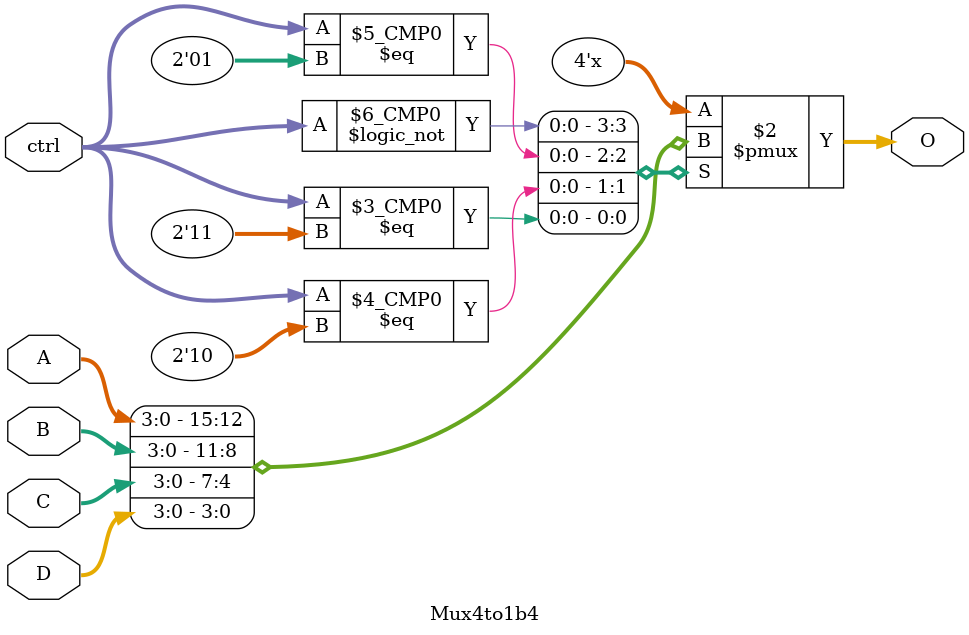
<source format=v>
`timescale 1ns / 1ps
module Mux4to1b4(
	input wire [1:0] ctrl,
	input wire [3:0] A,
	input wire [3:0] B,
	input wire [3:0] C,
	input wire [3:0] D,
	
	output reg [3:0] O
    );

always @ (*) begin
	case (ctrl)
		2'b00: begin
			O<=A;
		end
		2'b01: begin
			O<=B;
		end
		2'b10: begin
			O<=C;
		end
		2'b11: begin
			O<=D;
		end
	endcase
end

endmodule

</source>
